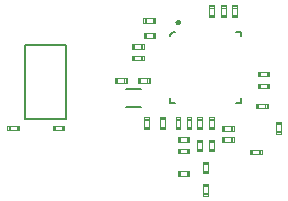
<source format=gbr>
G04 EAGLE Gerber RS-274X export*
G75*
%MOMM*%
%FSLAX34Y34*%
%LPD*%
%INSilkscreen Bottom*%
%IPPOS*%
%AMOC8*
5,1,8,0,0,1.08239X$1,22.5*%
G01*
%ADD10C,0.100000*%
%ADD11C,0.127000*%
%ADD12C,0.254000*%
%ADD13C,0.152400*%


D10*
X227610Y122000D02*
X231610Y122000D01*
X231610Y123000D01*
X231610Y124000D02*
X231610Y130000D01*
X231610Y131000D02*
X231610Y132000D01*
X227610Y132000D01*
X227610Y131000D01*
X227610Y123000D02*
X227610Y122000D01*
X227610Y130000D02*
X227610Y131000D01*
X231610Y131000D01*
X231610Y130000D01*
X227610Y130000D01*
X227610Y124000D01*
X227610Y123000D01*
X231610Y123000D01*
X231610Y124000D01*
X227610Y124000D01*
X221610Y132000D02*
X217610Y132000D01*
X217610Y131000D01*
X217610Y130000D02*
X217610Y124000D01*
X217610Y123000D02*
X217610Y122000D01*
X221610Y122000D01*
X221610Y123000D01*
X221610Y131000D02*
X221610Y132000D01*
X221610Y124000D02*
X221610Y123000D01*
X217610Y123000D01*
X217610Y124000D01*
X221610Y124000D01*
X221610Y130000D01*
X221610Y131000D01*
X217610Y131000D01*
X217610Y130000D01*
X221610Y130000D01*
X248360Y115050D02*
X248360Y111050D01*
X248360Y115050D02*
X247360Y115050D01*
X246360Y115050D02*
X240360Y115050D01*
X239360Y115050D02*
X238360Y115050D01*
X238360Y111050D01*
X239360Y111050D01*
X247360Y111050D02*
X248360Y111050D01*
X240360Y111050D02*
X239360Y111050D01*
X239360Y115050D01*
X240360Y115050D01*
X240360Y111050D01*
X246360Y111050D01*
X247360Y111050D01*
X247360Y115050D01*
X246360Y115050D01*
X246360Y111050D01*
X221610Y113250D02*
X217610Y113250D01*
X217610Y112250D01*
X217610Y111250D02*
X217610Y105250D01*
X217610Y104250D02*
X217610Y103250D01*
X221610Y103250D01*
X221610Y104250D01*
X221610Y112250D02*
X221610Y113250D01*
X221610Y105250D02*
X221610Y104250D01*
X217610Y104250D01*
X217610Y105250D01*
X221610Y105250D01*
X221610Y111250D01*
X221610Y112250D01*
X217610Y112250D01*
X217610Y111250D01*
X221610Y111250D01*
X210860Y105450D02*
X210860Y101450D01*
X210860Y105450D02*
X209860Y105450D01*
X208860Y105450D02*
X202860Y105450D01*
X201860Y105450D02*
X200860Y105450D01*
X200860Y101450D01*
X201860Y101450D01*
X209860Y101450D02*
X210860Y101450D01*
X202860Y101450D02*
X201860Y101450D01*
X201860Y105450D01*
X202860Y105450D01*
X202860Y101450D01*
X208860Y101450D01*
X209860Y101450D01*
X209860Y105450D01*
X208860Y105450D01*
X208860Y101450D01*
X200860Y86700D02*
X200860Y82700D01*
X201860Y82700D01*
X202860Y82700D02*
X208860Y82700D01*
X209860Y82700D02*
X210860Y82700D01*
X210860Y86700D01*
X209860Y86700D01*
X201860Y86700D02*
X200860Y86700D01*
X208860Y86700D02*
X209860Y86700D01*
X209860Y82700D01*
X208860Y82700D01*
X208860Y86700D01*
X202860Y86700D01*
X201860Y86700D01*
X201860Y82700D01*
X202860Y82700D01*
X202860Y86700D01*
X200860Y111050D02*
X200860Y115050D01*
X200860Y111050D02*
X201860Y111050D01*
X202860Y111050D02*
X208860Y111050D01*
X209860Y111050D02*
X210860Y111050D01*
X210860Y115050D01*
X209860Y115050D01*
X201860Y115050D02*
X200860Y115050D01*
X208860Y115050D02*
X209860Y115050D01*
X209860Y111050D01*
X208860Y111050D01*
X208860Y115050D01*
X202860Y115050D01*
X201860Y115050D01*
X201860Y111050D01*
X202860Y111050D01*
X202860Y115050D01*
X227610Y103250D02*
X231610Y103250D01*
X231610Y104250D01*
X231610Y105250D02*
X231610Y111250D01*
X231610Y112250D02*
X231610Y113250D01*
X227610Y113250D01*
X227610Y112250D01*
X227610Y104250D02*
X227610Y103250D01*
X227610Y111250D02*
X227610Y112250D01*
X231610Y112250D01*
X231610Y111250D01*
X227610Y111250D01*
X227610Y105250D01*
X227610Y104250D01*
X231610Y104250D01*
X231610Y105250D01*
X227610Y105250D01*
X268590Y166764D02*
X268590Y170764D01*
X268590Y166764D02*
X269590Y166764D01*
X270590Y166764D02*
X276590Y166764D01*
X277590Y166764D02*
X278590Y166764D01*
X278590Y170764D01*
X277590Y170764D01*
X269590Y170764D02*
X268590Y170764D01*
X276590Y170764D02*
X277590Y170764D01*
X277590Y166764D01*
X276590Y166764D01*
X276590Y170764D01*
X270590Y170764D01*
X269590Y170764D01*
X269590Y166764D01*
X270590Y166764D01*
X270590Y170764D01*
X278590Y160452D02*
X278590Y156452D01*
X278590Y160452D02*
X277590Y160452D01*
X276590Y160452D02*
X270590Y160452D01*
X269590Y160452D02*
X268590Y160452D01*
X268590Y156452D01*
X269590Y156452D01*
X277590Y156452D02*
X278590Y156452D01*
X270590Y156452D02*
X269590Y156452D01*
X269590Y160452D01*
X270590Y160452D01*
X270590Y156452D01*
X276590Y156452D01*
X277590Y156452D01*
X277590Y160452D01*
X276590Y160452D01*
X276590Y156452D01*
X226610Y84500D02*
X222610Y84500D01*
X226610Y84500D02*
X226610Y85500D01*
X226610Y86500D02*
X226610Y92500D01*
X226610Y93500D02*
X226610Y94500D01*
X222610Y94500D01*
X222610Y93500D01*
X222610Y85500D02*
X222610Y84500D01*
X222610Y92500D02*
X222610Y93500D01*
X226610Y93500D01*
X226610Y92500D01*
X222610Y92500D01*
X222610Y86500D01*
X222610Y85500D01*
X226610Y85500D01*
X226610Y86500D01*
X222610Y86500D01*
X222610Y65750D02*
X226610Y65750D01*
X226610Y66750D01*
X226610Y67750D02*
X226610Y73750D01*
X226610Y74750D02*
X226610Y75750D01*
X222610Y75750D01*
X222610Y74750D01*
X222610Y66750D02*
X222610Y65750D01*
X222610Y73750D02*
X222610Y74750D01*
X226610Y74750D01*
X226610Y73750D01*
X222610Y73750D01*
X222610Y67750D01*
X222610Y66750D01*
X226610Y66750D01*
X226610Y67750D01*
X222610Y67750D01*
D11*
X198410Y204500D02*
X197410Y204500D01*
X194410Y201500D01*
X194410Y200500D01*
X194410Y148500D02*
X194410Y144500D01*
X198410Y144500D01*
X250410Y144500D02*
X254410Y144500D01*
X254410Y148500D01*
X254410Y200500D02*
X254410Y204500D01*
X250410Y204500D01*
X199996Y212500D02*
X199998Y212575D01*
X200004Y212649D01*
X200014Y212723D01*
X200027Y212796D01*
X200045Y212869D01*
X200066Y212940D01*
X200091Y213011D01*
X200120Y213080D01*
X200153Y213147D01*
X200189Y213212D01*
X200228Y213276D01*
X200270Y213337D01*
X200316Y213396D01*
X200365Y213453D01*
X200417Y213506D01*
X200471Y213557D01*
X200528Y213606D01*
X200588Y213650D01*
X200650Y213692D01*
X200714Y213731D01*
X200780Y213766D01*
X200847Y213797D01*
X200917Y213825D01*
X200987Y213849D01*
X201059Y213870D01*
X201132Y213886D01*
X201205Y213899D01*
X201280Y213908D01*
X201354Y213913D01*
X201429Y213914D01*
X201503Y213911D01*
X201578Y213904D01*
X201651Y213893D01*
X201725Y213879D01*
X201797Y213860D01*
X201868Y213838D01*
X201938Y213812D01*
X202007Y213782D01*
X202073Y213749D01*
X202138Y213712D01*
X202201Y213672D01*
X202262Y213628D01*
X202320Y213582D01*
X202376Y213532D01*
X202429Y213480D01*
X202480Y213425D01*
X202527Y213367D01*
X202571Y213307D01*
X202612Y213244D01*
X202650Y213180D01*
X202684Y213114D01*
X202715Y213045D01*
X202742Y212976D01*
X202765Y212905D01*
X202784Y212833D01*
X202800Y212760D01*
X202812Y212686D01*
X202820Y212612D01*
X202824Y212537D01*
X202824Y212463D01*
X202820Y212388D01*
X202812Y212314D01*
X202800Y212240D01*
X202784Y212167D01*
X202765Y212095D01*
X202742Y212024D01*
X202715Y211955D01*
X202684Y211886D01*
X202650Y211820D01*
X202612Y211756D01*
X202571Y211693D01*
X202527Y211633D01*
X202480Y211575D01*
X202429Y211520D01*
X202376Y211468D01*
X202320Y211418D01*
X202262Y211372D01*
X202201Y211328D01*
X202138Y211288D01*
X202073Y211251D01*
X202007Y211218D01*
X201938Y211188D01*
X201868Y211162D01*
X201797Y211140D01*
X201725Y211121D01*
X201651Y211107D01*
X201578Y211096D01*
X201503Y211089D01*
X201429Y211086D01*
X201354Y211087D01*
X201280Y211092D01*
X201205Y211101D01*
X201132Y211114D01*
X201059Y211130D01*
X200987Y211151D01*
X200917Y211175D01*
X200847Y211203D01*
X200780Y211234D01*
X200714Y211269D01*
X200650Y211308D01*
X200588Y211350D01*
X200528Y211394D01*
X200471Y211443D01*
X200417Y211494D01*
X200365Y211547D01*
X200316Y211604D01*
X200270Y211663D01*
X200228Y211724D01*
X200189Y211788D01*
X200153Y211853D01*
X200120Y211920D01*
X200091Y211989D01*
X200066Y212060D01*
X200045Y212131D01*
X200027Y212204D01*
X200014Y212277D01*
X200004Y212351D01*
X199998Y212425D01*
X199996Y212500D01*
D12*
X200910Y212500D02*
X200912Y212544D01*
X200918Y212588D01*
X200928Y212631D01*
X200941Y212673D01*
X200958Y212714D01*
X200979Y212753D01*
X201003Y212790D01*
X201030Y212825D01*
X201060Y212857D01*
X201093Y212887D01*
X201129Y212913D01*
X201166Y212937D01*
X201206Y212956D01*
X201247Y212973D01*
X201290Y212985D01*
X201333Y212994D01*
X201377Y212999D01*
X201421Y213000D01*
X201465Y212997D01*
X201509Y212990D01*
X201552Y212979D01*
X201594Y212965D01*
X201634Y212947D01*
X201673Y212925D01*
X201709Y212901D01*
X201743Y212873D01*
X201775Y212842D01*
X201804Y212808D01*
X201830Y212772D01*
X201852Y212734D01*
X201871Y212694D01*
X201886Y212652D01*
X201898Y212610D01*
X201906Y212566D01*
X201910Y212522D01*
X201910Y212478D01*
X201906Y212434D01*
X201898Y212390D01*
X201886Y212348D01*
X201871Y212306D01*
X201852Y212266D01*
X201830Y212228D01*
X201804Y212192D01*
X201775Y212158D01*
X201743Y212127D01*
X201709Y212099D01*
X201673Y212075D01*
X201634Y212053D01*
X201594Y212035D01*
X201552Y212021D01*
X201509Y212010D01*
X201465Y212003D01*
X201421Y212000D01*
X201377Y212001D01*
X201333Y212006D01*
X201290Y212015D01*
X201247Y212027D01*
X201206Y212044D01*
X201166Y212063D01*
X201129Y212087D01*
X201093Y212113D01*
X201060Y212143D01*
X201030Y212175D01*
X201003Y212210D01*
X200979Y212247D01*
X200958Y212286D01*
X200941Y212327D01*
X200928Y212369D01*
X200918Y212412D01*
X200912Y212456D01*
X200910Y212500D01*
D10*
X199280Y122000D02*
X203280Y122000D01*
X203280Y123000D01*
X203280Y124000D02*
X203280Y130000D01*
X203280Y131000D02*
X203280Y132000D01*
X199280Y132000D01*
X199280Y131000D01*
X199280Y123000D02*
X199280Y122000D01*
X199280Y130000D02*
X199280Y131000D01*
X203280Y131000D01*
X203280Y130000D01*
X199280Y130000D01*
X199280Y124000D01*
X199280Y123000D01*
X203280Y123000D01*
X203280Y124000D01*
X199280Y124000D01*
X208480Y122000D02*
X212480Y122000D01*
X212480Y123000D01*
X212480Y124000D02*
X212480Y130000D01*
X212480Y131000D02*
X212480Y132000D01*
X208480Y132000D01*
X208480Y131000D01*
X208480Y123000D02*
X208480Y122000D01*
X208480Y130000D02*
X208480Y131000D01*
X212480Y131000D01*
X212480Y130000D01*
X208480Y130000D01*
X208480Y124000D01*
X208480Y123000D01*
X212480Y123000D01*
X212480Y124000D01*
X208480Y124000D01*
X176752Y122000D02*
X172752Y122000D01*
X176752Y122000D02*
X176752Y123000D01*
X176752Y124000D02*
X176752Y130000D01*
X176752Y131000D02*
X176752Y132000D01*
X172752Y132000D01*
X172752Y131000D01*
X172752Y123000D02*
X172752Y122000D01*
X172752Y130000D02*
X172752Y131000D01*
X176752Y131000D01*
X176752Y130000D01*
X172752Y130000D01*
X172752Y124000D01*
X172752Y123000D01*
X176752Y123000D01*
X176752Y124000D01*
X172752Y124000D01*
X277340Y139700D02*
X277340Y143700D01*
X276340Y143700D01*
X275340Y143700D02*
X269340Y143700D01*
X268340Y143700D02*
X267340Y143700D01*
X267340Y139700D01*
X268340Y139700D01*
X276340Y139700D02*
X277340Y139700D01*
X269340Y139700D02*
X268340Y139700D01*
X268340Y143700D01*
X269340Y143700D01*
X269340Y139700D01*
X275340Y139700D01*
X276340Y139700D01*
X276340Y143700D01*
X275340Y143700D01*
X275340Y139700D01*
X248360Y124320D02*
X248360Y120320D01*
X248360Y124320D02*
X247360Y124320D01*
X246360Y124320D02*
X240360Y124320D01*
X239360Y124320D02*
X238360Y124320D01*
X238360Y120320D01*
X239360Y120320D01*
X247360Y120320D02*
X248360Y120320D01*
X240360Y120320D02*
X239360Y120320D01*
X239360Y124320D01*
X240360Y124320D01*
X240360Y120320D01*
X246360Y120320D01*
X247360Y120320D01*
X247360Y124320D01*
X246360Y124320D01*
X246360Y120320D01*
X246930Y227000D02*
X250930Y227000D01*
X246930Y227000D02*
X246930Y226000D01*
X246930Y225000D02*
X246930Y219000D01*
X246930Y218000D02*
X246930Y217000D01*
X250930Y217000D01*
X250930Y218000D01*
X250930Y226000D02*
X250930Y227000D01*
X250930Y219000D02*
X250930Y218000D01*
X246930Y218000D01*
X246930Y219000D01*
X250930Y219000D01*
X250930Y225000D01*
X250930Y226000D01*
X246930Y226000D01*
X246930Y225000D01*
X250930Y225000D01*
X162150Y194000D02*
X162150Y190000D01*
X163150Y190000D01*
X164150Y190000D02*
X170150Y190000D01*
X171150Y190000D02*
X172150Y190000D01*
X172150Y194000D01*
X171150Y194000D01*
X163150Y194000D02*
X162150Y194000D01*
X170150Y194000D02*
X171150Y194000D01*
X171150Y190000D01*
X170150Y190000D01*
X170150Y194000D01*
X164150Y194000D01*
X163150Y194000D01*
X163150Y190000D01*
X164150Y190000D01*
X164150Y194000D01*
X186210Y132254D02*
X190210Y132254D01*
X186210Y132254D02*
X186210Y131254D01*
X186210Y130254D02*
X186210Y124254D01*
X186210Y123254D02*
X186210Y122254D01*
X190210Y122254D01*
X190210Y123254D01*
X190210Y131254D02*
X190210Y132254D01*
X190210Y124254D02*
X190210Y123254D01*
X186210Y123254D01*
X186210Y124254D01*
X190210Y124254D01*
X190210Y130254D01*
X190210Y131254D01*
X186210Y131254D01*
X186210Y130254D01*
X190210Y130254D01*
X172100Y199320D02*
X172100Y203320D01*
X172100Y199320D02*
X173100Y199320D01*
X174100Y199320D02*
X180100Y199320D01*
X181100Y199320D02*
X182100Y199320D01*
X182100Y203320D01*
X181100Y203320D01*
X173100Y203320D02*
X172100Y203320D01*
X180100Y203320D02*
X181100Y203320D01*
X181100Y199320D01*
X180100Y199320D01*
X180100Y203320D01*
X174100Y203320D01*
X173100Y203320D01*
X173100Y199320D01*
X174100Y199320D01*
X174100Y203320D01*
X272000Y104672D02*
X272000Y100672D01*
X272000Y104672D02*
X271000Y104672D01*
X270000Y104672D02*
X264000Y104672D01*
X263000Y104672D02*
X262000Y104672D01*
X262000Y100672D01*
X263000Y100672D01*
X271000Y100672D02*
X272000Y100672D01*
X264000Y100672D02*
X263000Y100672D01*
X263000Y104672D01*
X264000Y104672D01*
X264000Y100672D01*
X270000Y100672D01*
X271000Y100672D01*
X271000Y104672D01*
X270000Y104672D01*
X270000Y100672D01*
X284274Y118200D02*
X288274Y118200D01*
X288274Y119200D01*
X288274Y120200D02*
X288274Y126200D01*
X288274Y127200D02*
X288274Y128200D01*
X284274Y128200D01*
X284274Y127200D01*
X284274Y119200D02*
X284274Y118200D01*
X284274Y126200D02*
X284274Y127200D01*
X288274Y127200D01*
X288274Y126200D01*
X284274Y126200D01*
X284274Y120200D01*
X284274Y119200D01*
X288274Y119200D01*
X288274Y120200D01*
X284274Y120200D01*
D13*
X170154Y155726D02*
X157154Y155726D01*
X157154Y140726D02*
X170154Y140726D01*
D10*
X167338Y161026D02*
X167338Y165026D01*
X167338Y161026D02*
X168338Y161026D01*
X169338Y161026D02*
X175338Y161026D01*
X176338Y161026D02*
X177338Y161026D01*
X177338Y165026D01*
X176338Y165026D01*
X168338Y165026D02*
X167338Y165026D01*
X175338Y165026D02*
X176338Y165026D01*
X176338Y161026D01*
X175338Y161026D01*
X175338Y165026D01*
X169338Y165026D01*
X168338Y165026D01*
X168338Y161026D01*
X169338Y161026D01*
X169338Y165026D01*
X147932Y165364D02*
X147932Y161364D01*
X148932Y161364D01*
X149932Y161364D02*
X155932Y161364D01*
X156932Y161364D02*
X157932Y161364D01*
X157932Y165364D01*
X156932Y165364D01*
X148932Y165364D02*
X147932Y165364D01*
X155932Y165364D02*
X156932Y165364D01*
X156932Y161364D01*
X155932Y161364D01*
X155932Y165364D01*
X149932Y165364D01*
X148932Y165364D01*
X148932Y161364D01*
X149932Y161364D01*
X149932Y165364D01*
X105020Y125096D02*
X105020Y121096D01*
X105020Y125096D02*
X104020Y125096D01*
X103020Y125096D02*
X97020Y125096D01*
X96020Y125096D02*
X95020Y125096D01*
X95020Y121096D01*
X96020Y121096D01*
X104020Y121096D02*
X105020Y121096D01*
X97020Y121096D02*
X96020Y121096D01*
X96020Y125096D01*
X97020Y125096D01*
X97020Y121096D01*
X103020Y121096D01*
X104020Y121096D01*
X104020Y125096D01*
X103020Y125096D01*
X103020Y121096D01*
X66880Y120948D02*
X66880Y124948D01*
X65880Y124948D01*
X64880Y124948D02*
X58880Y124948D01*
X57880Y124948D02*
X56880Y124948D01*
X56880Y120948D01*
X57880Y120948D01*
X65880Y120948D02*
X66880Y120948D01*
X58880Y120948D02*
X57880Y120948D01*
X57880Y124948D01*
X58880Y124948D01*
X58880Y120948D01*
X64880Y120948D01*
X65880Y120948D01*
X65880Y124948D01*
X64880Y124948D01*
X64880Y120948D01*
X227820Y226900D02*
X231820Y226900D01*
X227820Y226900D02*
X227820Y225900D01*
X227820Y224900D02*
X227820Y218900D01*
X227820Y217900D02*
X227820Y216900D01*
X231820Y216900D01*
X231820Y217900D01*
X231820Y225900D02*
X231820Y226900D01*
X231820Y218900D02*
X231820Y217900D01*
X227820Y217900D01*
X227820Y218900D01*
X231820Y218900D01*
X231820Y224900D01*
X231820Y225900D01*
X227820Y225900D01*
X227820Y224900D01*
X231820Y224900D01*
X181976Y215814D02*
X181976Y211814D01*
X181976Y215814D02*
X180976Y215814D01*
X179976Y215814D02*
X173976Y215814D01*
X172976Y215814D02*
X171976Y215814D01*
X171976Y211814D01*
X172976Y211814D01*
X180976Y211814D02*
X181976Y211814D01*
X173976Y211814D02*
X172976Y211814D01*
X172976Y215814D01*
X173976Y215814D01*
X173976Y211814D01*
X179976Y211814D01*
X180976Y211814D01*
X180976Y215814D01*
X179976Y215814D01*
X179976Y211814D01*
D13*
X106334Y130734D02*
X71734Y130734D01*
X71734Y193214D02*
X106334Y193214D01*
X106334Y130734D01*
X71734Y130734D02*
X71734Y193214D01*
D10*
X237500Y217000D02*
X241500Y217000D01*
X241500Y218000D01*
X241500Y219000D02*
X241500Y225000D01*
X241500Y226000D02*
X241500Y227000D01*
X237500Y227000D01*
X237500Y226000D01*
X237500Y218000D02*
X237500Y217000D01*
X237500Y225000D02*
X237500Y226000D01*
X241500Y226000D01*
X241500Y225000D01*
X237500Y225000D01*
X237500Y219000D01*
X237500Y218000D01*
X241500Y218000D01*
X241500Y219000D01*
X237500Y219000D01*
X172132Y184372D02*
X172132Y180372D01*
X172132Y184372D02*
X171132Y184372D01*
X170132Y184372D02*
X164132Y184372D01*
X163132Y184372D02*
X162132Y184372D01*
X162132Y180372D01*
X163132Y180372D01*
X171132Y180372D02*
X172132Y180372D01*
X164132Y180372D02*
X163132Y180372D01*
X163132Y184372D01*
X164132Y184372D01*
X164132Y180372D01*
X170132Y180372D01*
X171132Y180372D01*
X171132Y184372D01*
X170132Y184372D01*
X170132Y180372D01*
M02*

</source>
